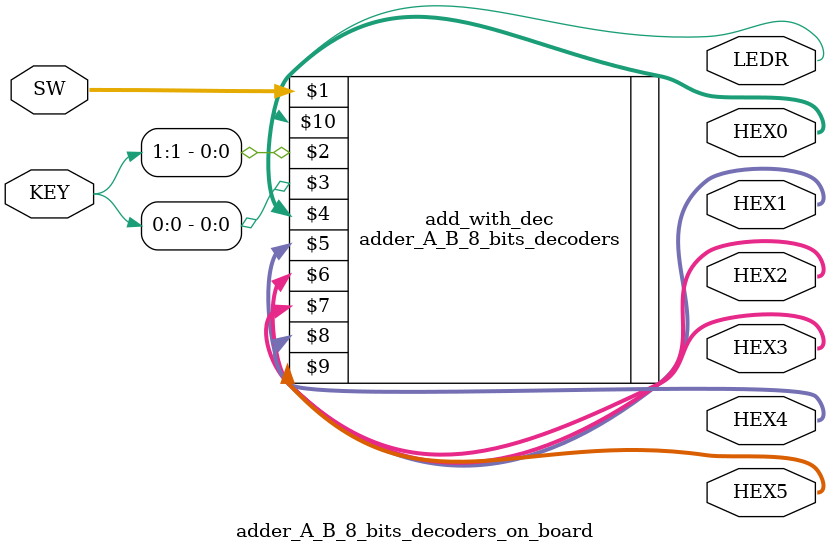
<source format=v>
module adder_A_B_8_bits_decoders_on_board(input [7:0] SW, 
														input [1:0] KEY,
														output [0:6] HEX0, HEX1, HEX2, HEX3, HEX4, HEX5,
														output [0:0] LEDR);
														
	adder_A_B_8_bits_decoders add_with_dec(SW[7:0], KEY[1], KEY[0],
														HEX0[0:6], HEX1[0:6], HEX2[0:6],
														HEX3[0:6], HEX4[0:6], HEX5[0:6], LEDR[0]);
														
endmodule

</source>
